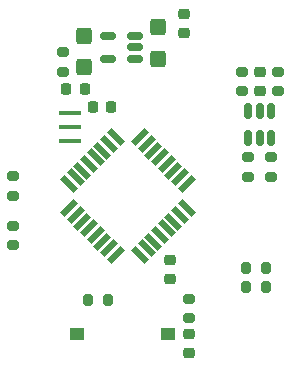
<source format=gbr>
%TF.GenerationSoftware,KiCad,Pcbnew,6.0.11-2627ca5db0~126~ubuntu22.04.1*%
%TF.CreationDate,2024-01-17T11:10:24+01:00*%
%TF.ProjectId,barco-modchip,62617263-6f2d-46d6-9f64-636869702e6b,rev?*%
%TF.SameCoordinates,Original*%
%TF.FileFunction,Paste,Top*%
%TF.FilePolarity,Positive*%
%FSLAX46Y46*%
G04 Gerber Fmt 4.6, Leading zero omitted, Abs format (unit mm)*
G04 Created by KiCad (PCBNEW 6.0.11-2627ca5db0~126~ubuntu22.04.1) date 2024-01-17 11:10:24*
%MOMM*%
%LPD*%
G01*
G04 APERTURE LIST*
G04 Aperture macros list*
%AMRoundRect*
0 Rectangle with rounded corners*
0 $1 Rounding radius*
0 $2 $3 $4 $5 $6 $7 $8 $9 X,Y pos of 4 corners*
0 Add a 4 corners polygon primitive as box body*
4,1,4,$2,$3,$4,$5,$6,$7,$8,$9,$2,$3,0*
0 Add four circle primitives for the rounded corners*
1,1,$1+$1,$2,$3*
1,1,$1+$1,$4,$5*
1,1,$1+$1,$6,$7*
1,1,$1+$1,$8,$9*
0 Add four rect primitives between the rounded corners*
20,1,$1+$1,$2,$3,$4,$5,0*
20,1,$1+$1,$4,$5,$6,$7,0*
20,1,$1+$1,$6,$7,$8,$9,0*
20,1,$1+$1,$8,$9,$2,$3,0*%
%AMRotRect*
0 Rectangle, with rotation*
0 The origin of the aperture is its center*
0 $1 length*
0 $2 width*
0 $3 Rotation angle, in degrees counterclockwise*
0 Add horizontal line*
21,1,$1,$2,0,0,$3*%
G04 Aperture macros list end*
%ADD10RoundRect,0.150000X0.150000X-0.512500X0.150000X0.512500X-0.150000X0.512500X-0.150000X-0.512500X0*%
%ADD11RoundRect,0.200000X-0.200000X-0.275000X0.200000X-0.275000X0.200000X0.275000X-0.200000X0.275000X0*%
%ADD12RoundRect,0.200000X0.275000X-0.200000X0.275000X0.200000X-0.275000X0.200000X-0.275000X-0.200000X0*%
%ADD13RoundRect,0.200000X-0.275000X0.200000X-0.275000X-0.200000X0.275000X-0.200000X0.275000X0.200000X0*%
%ADD14RoundRect,0.225000X0.250000X-0.225000X0.250000X0.225000X-0.250000X0.225000X-0.250000X-0.225000X0*%
%ADD15RoundRect,0.218750X0.218750X0.256250X-0.218750X0.256250X-0.218750X-0.256250X0.218750X-0.256250X0*%
%ADD16RoundRect,0.250000X0.425000X-0.450000X0.425000X0.450000X-0.425000X0.450000X-0.425000X-0.450000X0*%
%ADD17R,1.900000X0.400000*%
%ADD18RoundRect,0.225000X-0.225000X-0.250000X0.225000X-0.250000X0.225000X0.250000X-0.225000X0.250000X0*%
%ADD19RoundRect,0.225000X-0.250000X0.225000X-0.250000X-0.225000X0.250000X-0.225000X0.250000X0.225000X0*%
%ADD20RoundRect,0.150000X0.512500X0.150000X-0.512500X0.150000X-0.512500X-0.150000X0.512500X-0.150000X0*%
%ADD21RoundRect,0.218750X0.256250X-0.218750X0.256250X0.218750X-0.256250X0.218750X-0.256250X-0.218750X0*%
%ADD22RotRect,1.600000X0.550000X315.000000*%
%ADD23RotRect,1.600000X0.550000X45.000000*%
%ADD24R,1.250000X1.000000*%
%ADD25RoundRect,0.200000X0.200000X0.275000X-0.200000X0.275000X-0.200000X-0.275000X0.200000X-0.275000X0*%
G04 APERTURE END LIST*
D10*
%TO.C,U40*%
X189800000Y-106637500D03*
X190750000Y-106637500D03*
X191700000Y-106637500D03*
X191700000Y-104362500D03*
X190750000Y-104362500D03*
X189800000Y-104362500D03*
%TD*%
D11*
%TO.C,R11*%
X176225000Y-120375000D03*
X177875000Y-120375000D03*
%TD*%
D12*
%TO.C,R20*%
X174075000Y-101050000D03*
X174075000Y-99400000D03*
%TD*%
D13*
%TO.C,R51*%
X169830000Y-114085000D03*
X169830000Y-115735000D03*
%TD*%
D14*
%TO.C,C12*%
X183200000Y-118575000D03*
X183200000Y-117025000D03*
%TD*%
D15*
%TO.C,D20*%
X175937500Y-102525000D03*
X174362500Y-102525000D03*
%TD*%
D16*
%TO.C,C21*%
X175875000Y-100700000D03*
X175875000Y-98000000D03*
%TD*%
D12*
%TO.C,R10*%
X184800000Y-121925000D03*
X184800000Y-120275000D03*
%TD*%
D11*
%TO.C,R31*%
X189625000Y-119270000D03*
X191275000Y-119270000D03*
%TD*%
D17*
%TO.C,Y1*%
X174725000Y-106950000D03*
X174725000Y-105750000D03*
X174725000Y-104550000D03*
%TD*%
D18*
%TO.C,C10*%
X176650000Y-104050000D03*
X178200000Y-104050000D03*
%TD*%
D13*
%TO.C,R42*%
X189220000Y-101075000D03*
X189220000Y-102725000D03*
%TD*%
D19*
%TO.C,C13*%
X184310000Y-96205000D03*
X184310000Y-97755000D03*
%TD*%
D20*
%TO.C,U20*%
X180162500Y-99950000D03*
X180162500Y-99000000D03*
X180162500Y-98050000D03*
X177887500Y-98050000D03*
X177887500Y-99950000D03*
%TD*%
D13*
%TO.C,R41*%
X191710000Y-108305000D03*
X191710000Y-109955000D03*
%TD*%
D21*
%TO.C,D10*%
X184800000Y-124887500D03*
X184800000Y-123312500D03*
%TD*%
D12*
%TO.C,R50*%
X169830000Y-111555000D03*
X169830000Y-109905000D03*
%TD*%
D13*
%TO.C,R43*%
X192280000Y-101075000D03*
X192280000Y-102725000D03*
%TD*%
%TO.C,R40*%
X189790000Y-108295000D03*
X189790000Y-109945000D03*
%TD*%
D19*
%TO.C,C41*%
X190750000Y-101125000D03*
X190750000Y-102675000D03*
%TD*%
D22*
%TO.C,U1*%
X178574695Y-106614897D03*
X178009010Y-107180583D03*
X177443324Y-107746268D03*
X176877639Y-108311953D03*
X176311953Y-108877639D03*
X175746268Y-109443324D03*
X175180583Y-110009010D03*
X174614897Y-110574695D03*
D23*
X174614897Y-112625305D03*
X175180583Y-113190990D03*
X175746268Y-113756676D03*
X176311953Y-114322361D03*
X176877639Y-114888047D03*
X177443324Y-115453732D03*
X178009010Y-116019417D03*
X178574695Y-116585103D03*
D22*
X180625305Y-116585103D03*
X181190990Y-116019417D03*
X181756676Y-115453732D03*
X182322361Y-114888047D03*
X182888047Y-114322361D03*
X183453732Y-113756676D03*
X184019417Y-113190990D03*
X184585103Y-112625305D03*
D23*
X184585103Y-110574695D03*
X184019417Y-110009010D03*
X183453732Y-109443324D03*
X182888047Y-108877639D03*
X182322361Y-108311953D03*
X181756676Y-107746268D03*
X181190990Y-107180583D03*
X180625305Y-106614897D03*
%TD*%
D24*
%TO.C,SW1*%
X183025000Y-123300000D03*
X175275000Y-123300000D03*
%TD*%
D25*
%TO.C,R30*%
X191275000Y-117720000D03*
X189625000Y-117720000D03*
%TD*%
D16*
%TO.C,C20*%
X182150000Y-100000000D03*
X182150000Y-97300000D03*
%TD*%
M02*

</source>
